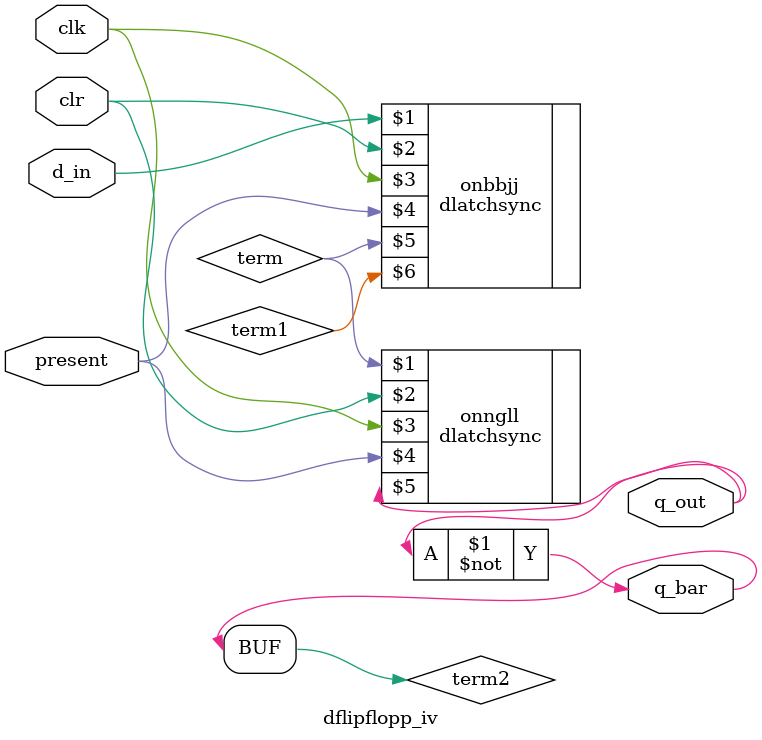
<source format=v>
module dflipflopp_iv(d_in,clr,clk,present,q_out, q_bar);
input d_in,present,clr,clk;
output q_out,q_bar;
wire term, term1,term2;
dlatchsync onbbjj(d_in,clr,clk,present,term,term1);
dlatchsync onngll(term,clr,clk,present,q_out);
assign term2=~q_out;
assign q_bar=term2;
endmodule


</source>
